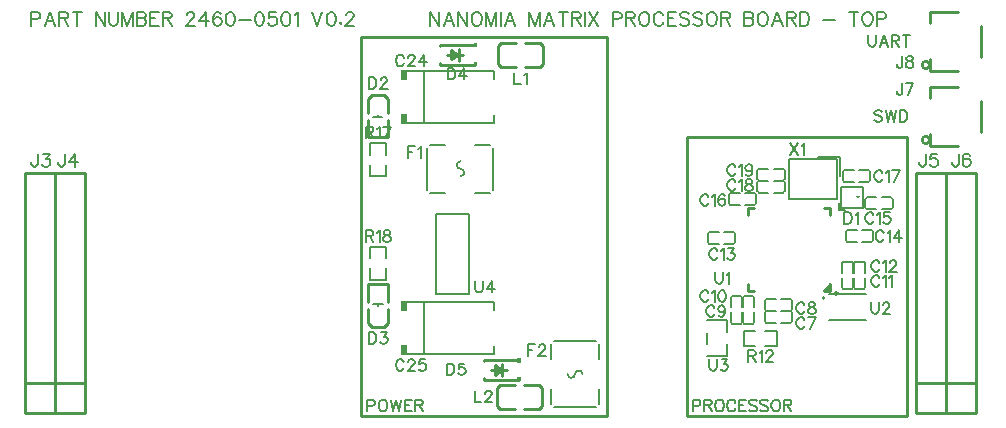
<source format=gto>
G04 Layer: TopSilkscreenLayer*
G04 EasyEDA v6.5.29, 2023-07-19 21:43:04*
G04 f8bcf56a654e41728208f455603ead28,5a6b42c53f6a479593ecc07194224c93,10*
G04 Gerber Generator version 0.2*
G04 Scale: 100 percent, Rotated: No, Reflected: No *
G04 Dimensions in millimeters *
G04 leading zeros omitted , absolute positions ,4 integer and 5 decimal *
%FSLAX45Y45*%
%MOMM*%

%ADD10C,0.2032*%
%ADD11C,0.1524*%
%ADD12C,0.1520*%
%ADD13C,0.2540*%
%ADD14C,0.2030*%
%ADD15C,0.1270*%
%ADD16C,0.2000*%
%ADD17C,0.0102*%

%LPD*%
D10*
X-3822679Y2673863D02*
G01*
X-3822679Y2559309D01*
X-3822679Y2673863D02*
G01*
X-3746225Y2559309D01*
X-3746225Y2673863D02*
G01*
X-3746225Y2559309D01*
X-3666723Y2673863D02*
G01*
X-3710411Y2559309D01*
X-3666723Y2673863D02*
G01*
X-3623035Y2559309D01*
X-3693901Y2597409D02*
G01*
X-3639545Y2597409D01*
X-3586967Y2673863D02*
G01*
X-3586967Y2559309D01*
X-3586967Y2673863D02*
G01*
X-3510767Y2559309D01*
X-3510767Y2673863D02*
G01*
X-3510767Y2559309D01*
X-3441933Y2673863D02*
G01*
X-3452855Y2668275D01*
X-3463777Y2657353D01*
X-3469111Y2646431D01*
X-3474699Y2630175D01*
X-3474699Y2602997D01*
X-3469111Y2586487D01*
X-3463777Y2575565D01*
X-3452855Y2564643D01*
X-3441933Y2559309D01*
X-3420089Y2559309D01*
X-3409167Y2564643D01*
X-3398245Y2575565D01*
X-3392911Y2586487D01*
X-3387323Y2602997D01*
X-3387323Y2630175D01*
X-3392911Y2646431D01*
X-3398245Y2657353D01*
X-3409167Y2668275D01*
X-3420089Y2673863D01*
X-3441933Y2673863D01*
X-3351509Y2673863D02*
G01*
X-3351509Y2559309D01*
X-3351509Y2673863D02*
G01*
X-3307821Y2559309D01*
X-3264133Y2673863D02*
G01*
X-3307821Y2559309D01*
X-3264133Y2673863D02*
G01*
X-3264133Y2559309D01*
X-3228065Y2673863D02*
G01*
X-3228065Y2559309D01*
X-3148563Y2673863D02*
G01*
X-3192251Y2559309D01*
X-3148563Y2673863D02*
G01*
X-3104875Y2559309D01*
X-3175741Y2597409D02*
G01*
X-3121131Y2597409D01*
X-2984987Y2673863D02*
G01*
X-2984987Y2559309D01*
X-2984987Y2673863D02*
G01*
X-2941299Y2559309D01*
X-2897611Y2673863D02*
G01*
X-2941299Y2559309D01*
X-2897611Y2673863D02*
G01*
X-2897611Y2559309D01*
X-2817855Y2673863D02*
G01*
X-2861543Y2559309D01*
X-2817855Y2673863D02*
G01*
X-2774421Y2559309D01*
X-2845287Y2597409D02*
G01*
X-2790677Y2597409D01*
X-2700253Y2673863D02*
G01*
X-2700253Y2559309D01*
X-2738353Y2673863D02*
G01*
X-2661899Y2673863D01*
X-2626085Y2673863D02*
G01*
X-2626085Y2559309D01*
X-2626085Y2673863D02*
G01*
X-2576809Y2673863D01*
X-2560553Y2668275D01*
X-2554965Y2662941D01*
X-2549631Y2652019D01*
X-2549631Y2641097D01*
X-2554965Y2630175D01*
X-2560553Y2624587D01*
X-2576809Y2619253D01*
X-2626085Y2619253D01*
X-2587731Y2619253D02*
G01*
X-2549631Y2559309D01*
X-2513563Y2673863D02*
G01*
X-2513563Y2559309D01*
X-2477495Y2673863D02*
G01*
X-2401295Y2559309D01*
X-2401295Y2673863D02*
G01*
X-2477495Y2559309D01*
X-2281153Y2673863D02*
G01*
X-2281153Y2559309D01*
X-2281153Y2673863D02*
G01*
X-2232131Y2673863D01*
X-2215875Y2668275D01*
X-2210287Y2662941D01*
X-2204953Y2652019D01*
X-2204953Y2635509D01*
X-2210287Y2624587D01*
X-2215875Y2619253D01*
X-2232131Y2613665D01*
X-2281153Y2613665D01*
X-2168885Y2673863D02*
G01*
X-2168885Y2559309D01*
X-2168885Y2673863D02*
G01*
X-2119863Y2673863D01*
X-2103353Y2668275D01*
X-2098019Y2662941D01*
X-2092431Y2652019D01*
X-2092431Y2641097D01*
X-2098019Y2630175D01*
X-2103353Y2624587D01*
X-2119863Y2619253D01*
X-2168885Y2619253D01*
X-2130785Y2619253D02*
G01*
X-2092431Y2559309D01*
X-2023851Y2673863D02*
G01*
X-2034773Y2668275D01*
X-2045695Y2657353D01*
X-2051029Y2646431D01*
X-2056617Y2630175D01*
X-2056617Y2602997D01*
X-2051029Y2586487D01*
X-2045695Y2575565D01*
X-2034773Y2564643D01*
X-2023851Y2559309D01*
X-2002007Y2559309D01*
X-1991085Y2564643D01*
X-1980163Y2575565D01*
X-1974575Y2586487D01*
X-1969241Y2602997D01*
X-1969241Y2630175D01*
X-1974575Y2646431D01*
X-1980163Y2657353D01*
X-1991085Y2668275D01*
X-2002007Y2673863D01*
X-2023851Y2673863D01*
X-1851385Y2646431D02*
G01*
X-1856973Y2657353D01*
X-1867895Y2668275D01*
X-1878817Y2673863D01*
X-1900407Y2673863D01*
X-1911329Y2668275D01*
X-1922251Y2657353D01*
X-1927839Y2646431D01*
X-1933173Y2630175D01*
X-1933173Y2602997D01*
X-1927839Y2586487D01*
X-1922251Y2575565D01*
X-1911329Y2564643D01*
X-1900407Y2559309D01*
X-1878817Y2559309D01*
X-1867895Y2564643D01*
X-1856973Y2575565D01*
X-1851385Y2586487D01*
X-1815317Y2673863D02*
G01*
X-1815317Y2559309D01*
X-1815317Y2673863D02*
G01*
X-1744451Y2673863D01*
X-1815317Y2619253D02*
G01*
X-1771883Y2619253D01*
X-1815317Y2559309D02*
G01*
X-1744451Y2559309D01*
X-1632183Y2657353D02*
G01*
X-1643105Y2668275D01*
X-1659361Y2673863D01*
X-1681205Y2673863D01*
X-1697715Y2668275D01*
X-1708637Y2657353D01*
X-1708637Y2646431D01*
X-1703049Y2635509D01*
X-1697715Y2630175D01*
X-1686793Y2624587D01*
X-1654027Y2613665D01*
X-1643105Y2608331D01*
X-1637517Y2602997D01*
X-1632183Y2592075D01*
X-1632183Y2575565D01*
X-1643105Y2564643D01*
X-1659361Y2559309D01*
X-1681205Y2559309D01*
X-1697715Y2564643D01*
X-1708637Y2575565D01*
X-1519661Y2657353D02*
G01*
X-1530583Y2668275D01*
X-1547093Y2673863D01*
X-1568937Y2673863D01*
X-1585193Y2668275D01*
X-1596115Y2657353D01*
X-1596115Y2646431D01*
X-1590781Y2635509D01*
X-1585193Y2630175D01*
X-1574271Y2624587D01*
X-1541505Y2613665D01*
X-1530583Y2608331D01*
X-1525249Y2602997D01*
X-1519661Y2592075D01*
X-1519661Y2575565D01*
X-1530583Y2564643D01*
X-1547093Y2559309D01*
X-1568937Y2559309D01*
X-1585193Y2564643D01*
X-1596115Y2575565D01*
X-1451081Y2673863D02*
G01*
X-1462003Y2668275D01*
X-1472925Y2657353D01*
X-1478259Y2646431D01*
X-1483847Y2630175D01*
X-1483847Y2602997D01*
X-1478259Y2586487D01*
X-1472925Y2575565D01*
X-1462003Y2564643D01*
X-1451081Y2559309D01*
X-1429237Y2559309D01*
X-1418315Y2564643D01*
X-1407393Y2575565D01*
X-1402059Y2586487D01*
X-1396471Y2602997D01*
X-1396471Y2630175D01*
X-1402059Y2646431D01*
X-1407393Y2657353D01*
X-1418315Y2668275D01*
X-1429237Y2673863D01*
X-1451081Y2673863D01*
X-1360403Y2673863D02*
G01*
X-1360403Y2559309D01*
X-1360403Y2673863D02*
G01*
X-1311381Y2673863D01*
X-1295125Y2668275D01*
X-1289537Y2662941D01*
X-1284203Y2652019D01*
X-1284203Y2641097D01*
X-1289537Y2630175D01*
X-1295125Y2624587D01*
X-1311381Y2619253D01*
X-1360403Y2619253D01*
X-1322303Y2619253D02*
G01*
X-1284203Y2559309D01*
X-1164061Y2673863D02*
G01*
X-1164061Y2559309D01*
X-1164061Y2673863D02*
G01*
X-1115039Y2673863D01*
X-1098783Y2668275D01*
X-1093195Y2662941D01*
X-1087861Y2652019D01*
X-1087861Y2641097D01*
X-1093195Y2630175D01*
X-1098783Y2624587D01*
X-1115039Y2619253D01*
X-1164061Y2619253D02*
G01*
X-1115039Y2619253D01*
X-1098783Y2613665D01*
X-1093195Y2608331D01*
X-1087861Y2597409D01*
X-1087861Y2581153D01*
X-1093195Y2570231D01*
X-1098783Y2564643D01*
X-1115039Y2559309D01*
X-1164061Y2559309D01*
X-1019027Y2673863D02*
G01*
X-1029949Y2668275D01*
X-1040871Y2657353D01*
X-1046459Y2646431D01*
X-1051793Y2630175D01*
X-1051793Y2602997D01*
X-1046459Y2586487D01*
X-1040871Y2575565D01*
X-1029949Y2564643D01*
X-1019027Y2559309D01*
X-997183Y2559309D01*
X-986261Y2564643D01*
X-975339Y2575565D01*
X-970005Y2586487D01*
X-964417Y2602997D01*
X-964417Y2630175D01*
X-970005Y2646431D01*
X-975339Y2657353D01*
X-986261Y2668275D01*
X-997183Y2673863D01*
X-1019027Y2673863D01*
X-884915Y2673863D02*
G01*
X-928603Y2559309D01*
X-884915Y2673863D02*
G01*
X-841227Y2559309D01*
X-912093Y2597409D02*
G01*
X-857483Y2597409D01*
X-805159Y2673863D02*
G01*
X-805159Y2559309D01*
X-805159Y2673863D02*
G01*
X-756137Y2673863D01*
X-739881Y2668275D01*
X-734293Y2662941D01*
X-728959Y2652019D01*
X-728959Y2641097D01*
X-734293Y2630175D01*
X-739881Y2624587D01*
X-756137Y2619253D01*
X-805159Y2619253D01*
X-767059Y2619253D02*
G01*
X-728959Y2559309D01*
X-692891Y2673863D02*
G01*
X-692891Y2559309D01*
X-692891Y2673863D02*
G01*
X-654791Y2673863D01*
X-638281Y2668275D01*
X-627359Y2657353D01*
X-622025Y2646431D01*
X-616437Y2630175D01*
X-616437Y2602997D01*
X-622025Y2586487D01*
X-627359Y2575565D01*
X-638281Y2564643D01*
X-654791Y2559309D01*
X-692891Y2559309D01*
X-496549Y2608331D02*
G01*
X-398251Y2608331D01*
X-240263Y2673863D02*
G01*
X-240263Y2559309D01*
X-278363Y2673863D02*
G01*
X-201909Y2673863D01*
X-133329Y2673863D02*
G01*
X-144251Y2668275D01*
X-155173Y2657353D01*
X-160507Y2646431D01*
X-166095Y2630175D01*
X-166095Y2602997D01*
X-160507Y2586487D01*
X-155173Y2575565D01*
X-144251Y2564643D01*
X-133329Y2559309D01*
X-111485Y2559309D01*
X-100563Y2564643D01*
X-89641Y2575565D01*
X-84053Y2586487D01*
X-78719Y2602997D01*
X-78719Y2630175D01*
X-84053Y2646431D01*
X-89641Y2657353D01*
X-100563Y2668275D01*
X-111485Y2673863D01*
X-133329Y2673863D01*
X-42651Y2673863D02*
G01*
X-42651Y2559309D01*
X-42651Y2673863D02*
G01*
X6370Y2673863D01*
X22880Y2668275D01*
X28214Y2662941D01*
X33548Y2652019D01*
X33548Y2635509D01*
X28214Y2624587D01*
X22880Y2619253D01*
X6370Y2613665D01*
X-42651Y2613665D01*
X-7200882Y2673863D02*
G01*
X-7200882Y2559309D01*
X-7200882Y2673863D02*
G01*
X-7151860Y2673863D01*
X-7135350Y2668275D01*
X-7130016Y2662941D01*
X-7124428Y2652019D01*
X-7124428Y2635509D01*
X-7130016Y2624587D01*
X-7135350Y2619253D01*
X-7151860Y2613919D01*
X-7200882Y2613919D01*
X-7044926Y2673863D02*
G01*
X-7088614Y2559309D01*
X-7044926Y2673863D02*
G01*
X-7001238Y2559309D01*
X-7072104Y2597409D02*
G01*
X-7017494Y2597409D01*
X-6965170Y2673863D02*
G01*
X-6965170Y2559309D01*
X-6965170Y2673863D02*
G01*
X-6916148Y2673863D01*
X-6899892Y2668275D01*
X-6894304Y2662941D01*
X-6888970Y2652019D01*
X-6888970Y2641097D01*
X-6894304Y2630175D01*
X-6899892Y2624587D01*
X-6916148Y2619253D01*
X-6965170Y2619253D01*
X-6927070Y2619253D02*
G01*
X-6888970Y2559309D01*
X-6814802Y2673863D02*
G01*
X-6814802Y2559309D01*
X-6852902Y2673863D02*
G01*
X-6776448Y2673863D01*
X-6656560Y2673863D02*
G01*
X-6656560Y2559309D01*
X-6656560Y2673863D02*
G01*
X-6580106Y2559309D01*
X-6580106Y2673863D02*
G01*
X-6580106Y2559309D01*
X-6544038Y2673863D02*
G01*
X-6544038Y2592075D01*
X-6538704Y2575565D01*
X-6527782Y2564643D01*
X-6511526Y2559309D01*
X-6500604Y2559309D01*
X-6484094Y2564643D01*
X-6473172Y2575565D01*
X-6467838Y2592075D01*
X-6467838Y2673863D01*
X-6431770Y2673863D02*
G01*
X-6431770Y2559309D01*
X-6431770Y2673863D02*
G01*
X-6388082Y2559309D01*
X-6344394Y2673863D02*
G01*
X-6388082Y2559309D01*
X-6344394Y2673863D02*
G01*
X-6344394Y2559309D01*
X-6308580Y2673863D02*
G01*
X-6308580Y2559309D01*
X-6308580Y2673863D02*
G01*
X-6259304Y2673863D01*
X-6243048Y2668275D01*
X-6237714Y2662941D01*
X-6232126Y2652019D01*
X-6232126Y2641097D01*
X-6237714Y2630175D01*
X-6243048Y2624587D01*
X-6259304Y2619253D01*
X-6308580Y2619253D02*
G01*
X-6259304Y2619253D01*
X-6243048Y2613919D01*
X-6237714Y2608331D01*
X-6232126Y2597409D01*
X-6232126Y2581153D01*
X-6237714Y2570231D01*
X-6243048Y2564643D01*
X-6259304Y2559309D01*
X-6308580Y2559309D01*
X-6196058Y2673863D02*
G01*
X-6196058Y2559309D01*
X-6196058Y2673863D02*
G01*
X-6125192Y2673863D01*
X-6196058Y2619253D02*
G01*
X-6152624Y2619253D01*
X-6196058Y2559309D02*
G01*
X-6125192Y2559309D01*
X-6089124Y2673863D02*
G01*
X-6089124Y2559309D01*
X-6089124Y2673863D02*
G01*
X-6040102Y2673863D01*
X-6023846Y2668275D01*
X-6018258Y2662941D01*
X-6012924Y2652019D01*
X-6012924Y2641097D01*
X-6018258Y2630175D01*
X-6023846Y2624587D01*
X-6040102Y2619253D01*
X-6089124Y2619253D01*
X-6051024Y2619253D02*
G01*
X-6012924Y2559309D01*
X-5887448Y2646431D02*
G01*
X-5887448Y2652019D01*
X-5881860Y2662941D01*
X-5876526Y2668275D01*
X-5865604Y2673863D01*
X-5843760Y2673863D01*
X-5832838Y2668275D01*
X-5827504Y2662941D01*
X-5821916Y2652019D01*
X-5821916Y2641097D01*
X-5827504Y2630175D01*
X-5838426Y2613919D01*
X-5892782Y2559309D01*
X-5816582Y2559309D01*
X-5725904Y2673863D02*
G01*
X-5780514Y2597409D01*
X-5698726Y2597409D01*
X-5725904Y2673863D02*
G01*
X-5725904Y2559309D01*
X-5597126Y2657353D02*
G01*
X-5602714Y2668275D01*
X-5618970Y2673863D01*
X-5629892Y2673863D01*
X-5646402Y2668275D01*
X-5657324Y2652019D01*
X-5662658Y2624587D01*
X-5662658Y2597409D01*
X-5657324Y2575565D01*
X-5646402Y2564643D01*
X-5629892Y2559309D01*
X-5624558Y2559309D01*
X-5608048Y2564643D01*
X-5597126Y2575565D01*
X-5591792Y2592075D01*
X-5591792Y2597409D01*
X-5597126Y2613919D01*
X-5608048Y2624587D01*
X-5624558Y2630175D01*
X-5629892Y2630175D01*
X-5646402Y2624587D01*
X-5657324Y2613919D01*
X-5662658Y2597409D01*
X-5522958Y2673863D02*
G01*
X-5539468Y2668275D01*
X-5550390Y2652019D01*
X-5555724Y2624587D01*
X-5555724Y2608331D01*
X-5550390Y2581153D01*
X-5539468Y2564643D01*
X-5522958Y2559309D01*
X-5512036Y2559309D01*
X-5495780Y2564643D01*
X-5484858Y2581153D01*
X-5479524Y2608331D01*
X-5479524Y2624587D01*
X-5484858Y2652019D01*
X-5495780Y2668275D01*
X-5512036Y2673863D01*
X-5522958Y2673863D01*
X-5443456Y2608331D02*
G01*
X-5345158Y2608331D01*
X-5276578Y2673863D02*
G01*
X-5292834Y2668275D01*
X-5303756Y2652019D01*
X-5309344Y2624587D01*
X-5309344Y2608331D01*
X-5303756Y2581153D01*
X-5292834Y2564643D01*
X-5276578Y2559309D01*
X-5265656Y2559309D01*
X-5249146Y2564643D01*
X-5238224Y2581153D01*
X-5232890Y2608331D01*
X-5232890Y2624587D01*
X-5238224Y2652019D01*
X-5249146Y2668275D01*
X-5265656Y2673863D01*
X-5276578Y2673863D01*
X-5131544Y2673863D02*
G01*
X-5185900Y2673863D01*
X-5191488Y2624587D01*
X-5185900Y2630175D01*
X-5169644Y2635509D01*
X-5153134Y2635509D01*
X-5136878Y2630175D01*
X-5125956Y2619253D01*
X-5120622Y2602997D01*
X-5120622Y2592075D01*
X-5125956Y2575565D01*
X-5136878Y2564643D01*
X-5153134Y2559309D01*
X-5169644Y2559309D01*
X-5185900Y2564643D01*
X-5191488Y2570231D01*
X-5196822Y2581153D01*
X-5051788Y2673863D02*
G01*
X-5068044Y2668275D01*
X-5078966Y2652019D01*
X-5084554Y2624587D01*
X-5084554Y2608331D01*
X-5078966Y2581153D01*
X-5068044Y2564643D01*
X-5051788Y2559309D01*
X-5040866Y2559309D01*
X-5024610Y2564643D01*
X-5013688Y2581153D01*
X-5008100Y2608331D01*
X-5008100Y2624587D01*
X-5013688Y2652019D01*
X-5024610Y2668275D01*
X-5040866Y2673863D01*
X-5051788Y2673863D01*
X-4972286Y2652019D02*
G01*
X-4961364Y2657353D01*
X-4944854Y2673863D01*
X-4944854Y2559309D01*
X-4824966Y2673863D02*
G01*
X-4781278Y2559309D01*
X-4737590Y2673863D02*
G01*
X-4781278Y2559309D01*
X-4669010Y2673863D02*
G01*
X-4685266Y2668275D01*
X-4696188Y2652019D01*
X-4701522Y2624587D01*
X-4701522Y2608331D01*
X-4696188Y2581153D01*
X-4685266Y2564643D01*
X-4669010Y2559309D01*
X-4658088Y2559309D01*
X-4641578Y2564643D01*
X-4630656Y2581153D01*
X-4625322Y2608331D01*
X-4625322Y2624587D01*
X-4630656Y2652019D01*
X-4641578Y2668275D01*
X-4658088Y2673863D01*
X-4669010Y2673863D01*
X-4583920Y2586487D02*
G01*
X-4589254Y2581153D01*
X-4583920Y2575565D01*
X-4578332Y2581153D01*
X-4583920Y2586487D01*
X-4536930Y2646431D02*
G01*
X-4536930Y2652019D01*
X-4531342Y2662941D01*
X-4526008Y2668275D01*
X-4515086Y2673863D01*
X-4493242Y2673863D01*
X-4482320Y2668275D01*
X-4476986Y2662941D01*
X-4471398Y2652019D01*
X-4471398Y2641097D01*
X-4476986Y2630175D01*
X-4487908Y2613919D01*
X-4542264Y2559309D01*
X-4466064Y2559309D01*
D11*
X256Y1827065D02*
G01*
X-8887Y1836209D01*
X-22603Y1840781D01*
X-40891Y1840781D01*
X-54353Y1836209D01*
X-63497Y1827065D01*
X-63497Y1818175D01*
X-58925Y1809031D01*
X-54353Y1804459D01*
X-45209Y1799887D01*
X-18031Y1790743D01*
X-8887Y1786171D01*
X-4315Y1781599D01*
X256Y1772709D01*
X256Y1758993D01*
X-8887Y1749849D01*
X-22603Y1745277D01*
X-40891Y1745277D01*
X-54353Y1749849D01*
X-63497Y1758993D01*
X30228Y1840781D02*
G01*
X52834Y1745277D01*
X75694Y1840781D02*
G01*
X52834Y1745277D01*
X75694Y1840781D02*
G01*
X98300Y1745277D01*
X121160Y1840781D02*
G01*
X98300Y1745277D01*
X151132Y1840781D02*
G01*
X151132Y1745277D01*
X151132Y1840781D02*
G01*
X182882Y1840781D01*
X196598Y1836209D01*
X205488Y1827065D01*
X210060Y1818175D01*
X214632Y1804459D01*
X214632Y1781599D01*
X210060Y1768137D01*
X205488Y1758993D01*
X196598Y1749849D01*
X182882Y1745277D01*
X151132Y1745277D01*
X-114297Y2475781D02*
G01*
X-114297Y2407709D01*
X-109725Y2393993D01*
X-100581Y2384849D01*
X-87119Y2380277D01*
X-77975Y2380277D01*
X-64259Y2384849D01*
X-55115Y2393993D01*
X-50543Y2407709D01*
X-50543Y2475781D01*
X15750Y2475781D02*
G01*
X-20571Y2380277D01*
X15750Y2475781D02*
G01*
X52072Y2380277D01*
X-7109Y2412281D02*
G01*
X38356Y2412281D01*
X82044Y2475781D02*
G01*
X82044Y2380277D01*
X82044Y2475781D02*
G01*
X122938Y2475781D01*
X136654Y2471209D01*
X141226Y2466637D01*
X145798Y2457747D01*
X145798Y2448603D01*
X141226Y2439459D01*
X136654Y2434887D01*
X122938Y2430315D01*
X82044Y2430315D01*
X113794Y2430315D02*
G01*
X145798Y2380277D01*
X207520Y2475781D02*
G01*
X207520Y2380277D01*
X175770Y2475781D02*
G01*
X239270Y2475781D01*
X-4356168Y-610362D02*
G01*
X-4356168Y-705865D01*
X-4356168Y-610362D02*
G01*
X-4315274Y-610362D01*
X-4301558Y-614934D01*
X-4296986Y-619505D01*
X-4292414Y-628396D01*
X-4292414Y-642112D01*
X-4296986Y-651255D01*
X-4301558Y-655828D01*
X-4315274Y-660400D01*
X-4356168Y-660400D01*
X-4235264Y-610362D02*
G01*
X-4244154Y-614934D01*
X-4253298Y-623823D01*
X-4257870Y-632968D01*
X-4262442Y-646684D01*
X-4262442Y-669289D01*
X-4257870Y-683005D01*
X-4253298Y-692150D01*
X-4244154Y-701294D01*
X-4235264Y-705865D01*
X-4216976Y-705865D01*
X-4207832Y-701294D01*
X-4198942Y-692150D01*
X-4194370Y-683005D01*
X-4189798Y-669289D01*
X-4189798Y-646684D01*
X-4194370Y-632968D01*
X-4198942Y-623823D01*
X-4207832Y-614934D01*
X-4216976Y-610362D01*
X-4235264Y-610362D01*
X-4159826Y-610362D02*
G01*
X-4136966Y-705865D01*
X-4114360Y-610362D02*
G01*
X-4136966Y-705865D01*
X-4114360Y-610362D02*
G01*
X-4091500Y-705865D01*
X-4068894Y-610362D02*
G01*
X-4091500Y-705865D01*
X-4038922Y-610362D02*
G01*
X-4038922Y-705865D01*
X-4038922Y-610362D02*
G01*
X-3979740Y-610362D01*
X-4038922Y-655828D02*
G01*
X-4002346Y-655828D01*
X-4038922Y-705865D02*
G01*
X-3979740Y-705865D01*
X-3949768Y-610362D02*
G01*
X-3949768Y-705865D01*
X-3949768Y-610362D02*
G01*
X-3908874Y-610362D01*
X-3895158Y-614934D01*
X-3890586Y-619505D01*
X-3886014Y-628396D01*
X-3886014Y-637539D01*
X-3890586Y-646684D01*
X-3895158Y-651255D01*
X-3908874Y-655828D01*
X-3949768Y-655828D01*
X-3918018Y-655828D02*
G01*
X-3886014Y-705865D01*
X-1600172Y-610362D02*
G01*
X-1600172Y-705865D01*
X-1600172Y-610362D02*
G01*
X-1559278Y-610362D01*
X-1545562Y-614934D01*
X-1540990Y-619505D01*
X-1536672Y-628396D01*
X-1536672Y-642112D01*
X-1540990Y-651255D01*
X-1545562Y-655828D01*
X-1559278Y-660400D01*
X-1600172Y-660400D01*
X-1506446Y-610362D02*
G01*
X-1506446Y-705865D01*
X-1506446Y-610362D02*
G01*
X-1465552Y-610362D01*
X-1452090Y-614934D01*
X-1447518Y-619505D01*
X-1442946Y-628396D01*
X-1442946Y-637539D01*
X-1447518Y-646684D01*
X-1452090Y-651255D01*
X-1465552Y-655828D01*
X-1506446Y-655828D01*
X-1474696Y-655828D02*
G01*
X-1442946Y-705865D01*
X-1385542Y-610362D02*
G01*
X-1394686Y-614934D01*
X-1403830Y-623823D01*
X-1408402Y-632968D01*
X-1412974Y-646684D01*
X-1412974Y-669289D01*
X-1408402Y-683005D01*
X-1403830Y-692150D01*
X-1394686Y-701294D01*
X-1385542Y-705865D01*
X-1367508Y-705865D01*
X-1358364Y-701294D01*
X-1349220Y-692150D01*
X-1344648Y-683005D01*
X-1340076Y-669289D01*
X-1340076Y-646684D01*
X-1344648Y-632968D01*
X-1349220Y-623823D01*
X-1358364Y-614934D01*
X-1367508Y-610362D01*
X-1385542Y-610362D01*
X-1242032Y-632968D02*
G01*
X-1246604Y-623823D01*
X-1255748Y-614934D01*
X-1264638Y-610362D01*
X-1282926Y-610362D01*
X-1292070Y-614934D01*
X-1301214Y-623823D01*
X-1305532Y-632968D01*
X-1310104Y-646684D01*
X-1310104Y-669289D01*
X-1305532Y-683005D01*
X-1301214Y-692150D01*
X-1292070Y-701294D01*
X-1282926Y-705865D01*
X-1264638Y-705865D01*
X-1255748Y-701294D01*
X-1246604Y-692150D01*
X-1242032Y-683005D01*
X-1212060Y-610362D02*
G01*
X-1212060Y-705865D01*
X-1212060Y-610362D02*
G01*
X-1152878Y-610362D01*
X-1212060Y-655828D02*
G01*
X-1175738Y-655828D01*
X-1212060Y-705865D02*
G01*
X-1152878Y-705865D01*
X-1059406Y-623823D02*
G01*
X-1068296Y-614934D01*
X-1082012Y-610362D01*
X-1100300Y-610362D01*
X-1113762Y-614934D01*
X-1122906Y-623823D01*
X-1122906Y-632968D01*
X-1118334Y-642112D01*
X-1113762Y-646684D01*
X-1104618Y-651255D01*
X-1077440Y-660400D01*
X-1068296Y-664718D01*
X-1063724Y-669289D01*
X-1059406Y-678434D01*
X-1059406Y-692150D01*
X-1068296Y-701294D01*
X-1082012Y-705865D01*
X-1100300Y-705865D01*
X-1113762Y-701294D01*
X-1122906Y-692150D01*
X-965680Y-623823D02*
G01*
X-974824Y-614934D01*
X-988286Y-610362D01*
X-1006574Y-610362D01*
X-1020290Y-614934D01*
X-1029180Y-623823D01*
X-1029180Y-632968D01*
X-1024608Y-642112D01*
X-1020290Y-646684D01*
X-1011146Y-651255D01*
X-983714Y-660400D01*
X-974824Y-664718D01*
X-970252Y-669289D01*
X-965680Y-678434D01*
X-965680Y-692150D01*
X-974824Y-701294D01*
X-988286Y-705865D01*
X-1006574Y-705865D01*
X-1020290Y-701294D01*
X-1029180Y-692150D01*
X-908276Y-610362D02*
G01*
X-917420Y-614934D01*
X-926564Y-623823D01*
X-931136Y-632968D01*
X-935708Y-646684D01*
X-935708Y-669289D01*
X-931136Y-683005D01*
X-926564Y-692150D01*
X-917420Y-701294D01*
X-908276Y-705865D01*
X-890242Y-705865D01*
X-881098Y-701294D01*
X-871954Y-692150D01*
X-867382Y-683005D01*
X-862810Y-669289D01*
X-862810Y-646684D01*
X-867382Y-632968D01*
X-871954Y-623823D01*
X-881098Y-614934D01*
X-890242Y-610362D01*
X-908276Y-610362D01*
X-832838Y-610362D02*
G01*
X-832838Y-705865D01*
X-832838Y-610362D02*
G01*
X-791944Y-610362D01*
X-778482Y-614934D01*
X-773910Y-619505D01*
X-769338Y-628396D01*
X-769338Y-637539D01*
X-773910Y-646684D01*
X-778482Y-651255D01*
X-791944Y-655828D01*
X-832838Y-655828D01*
X-801088Y-655828D02*
G01*
X-769338Y-705865D01*
X-4368792Y824727D02*
G01*
X-4368792Y729477D01*
X-4368792Y824727D02*
G01*
X-4327898Y824727D01*
X-4314182Y820155D01*
X-4309610Y815837D01*
X-4305038Y806693D01*
X-4305038Y797549D01*
X-4309610Y788405D01*
X-4314182Y783833D01*
X-4327898Y779261D01*
X-4368792Y779261D01*
X-4337042Y779261D02*
G01*
X-4305038Y729477D01*
X-4275066Y806693D02*
G01*
X-4266176Y811265D01*
X-4252460Y824727D01*
X-4252460Y729477D01*
X-4199628Y824727D02*
G01*
X-4213344Y820155D01*
X-4217916Y811265D01*
X-4217916Y802121D01*
X-4213344Y792977D01*
X-4204200Y788405D01*
X-4186166Y783833D01*
X-4172450Y779261D01*
X-4163306Y770371D01*
X-4158734Y761227D01*
X-4158734Y747511D01*
X-4163306Y738367D01*
X-4167878Y733795D01*
X-4181594Y729477D01*
X-4199628Y729477D01*
X-4213344Y733795D01*
X-4217916Y738367D01*
X-4222488Y747511D01*
X-4222488Y761227D01*
X-4217916Y770371D01*
X-4208772Y779261D01*
X-4195056Y783833D01*
X-4177022Y788405D01*
X-4167878Y792977D01*
X-4163306Y802121D01*
X-4163306Y811265D01*
X-4167878Y820155D01*
X-4181594Y824727D01*
X-4199628Y824727D01*
X-4368792Y1701027D02*
G01*
X-4368792Y1605523D01*
X-4368792Y1701027D02*
G01*
X-4327898Y1701027D01*
X-4314182Y1696455D01*
X-4309610Y1692137D01*
X-4305038Y1682993D01*
X-4305038Y1673849D01*
X-4309610Y1664705D01*
X-4314182Y1660133D01*
X-4327898Y1655561D01*
X-4368792Y1655561D01*
X-4337042Y1655561D02*
G01*
X-4305038Y1605523D01*
X-4275066Y1682993D02*
G01*
X-4266176Y1687565D01*
X-4252460Y1701027D01*
X-4252460Y1605523D01*
X-4158734Y1701027D02*
G01*
X-4204200Y1605523D01*
X-4222488Y1701027D02*
G01*
X-4158734Y1701027D01*
X-4013293Y1536011D02*
G01*
X-4013293Y1440507D01*
X-4013293Y1536011D02*
G01*
X-3954111Y1536011D01*
X-4013293Y1490545D02*
G01*
X-3976717Y1490545D01*
X-3924139Y1517723D02*
G01*
X-3914995Y1522295D01*
X-3901279Y1536011D01*
X-3901279Y1440507D01*
X-4046705Y2288029D02*
G01*
X-4051277Y2297173D01*
X-4060167Y2306063D01*
X-4069311Y2310635D01*
X-4087599Y2310635D01*
X-4096489Y2306063D01*
X-4105633Y2297173D01*
X-4110205Y2288029D01*
X-4114777Y2274313D01*
X-4114777Y2251707D01*
X-4110205Y2237991D01*
X-4105633Y2228847D01*
X-4096489Y2219703D01*
X-4087599Y2215131D01*
X-4069311Y2215131D01*
X-4060167Y2219703D01*
X-4051277Y2228847D01*
X-4046705Y2237991D01*
X-4012161Y2288029D02*
G01*
X-4012161Y2292601D01*
X-4007589Y2301491D01*
X-4003017Y2306063D01*
X-3993873Y2310635D01*
X-3975585Y2310635D01*
X-3966695Y2306063D01*
X-3962123Y2301491D01*
X-3957551Y2292601D01*
X-3957551Y2283457D01*
X-3962123Y2274313D01*
X-3971267Y2260597D01*
X-4016733Y2215131D01*
X-3952979Y2215131D01*
X-3877541Y2310635D02*
G01*
X-3923007Y2247135D01*
X-3854681Y2247135D01*
X-3877541Y2310635D02*
G01*
X-3877541Y2215131D01*
X-4046710Y-290065D02*
G01*
X-4051282Y-280921D01*
X-4060172Y-272031D01*
X-4069316Y-267459D01*
X-4087604Y-267459D01*
X-4096494Y-272031D01*
X-4105638Y-280921D01*
X-4110210Y-290065D01*
X-4114782Y-303781D01*
X-4114782Y-326387D01*
X-4110210Y-340103D01*
X-4105638Y-349247D01*
X-4096494Y-358391D01*
X-4087604Y-362963D01*
X-4069316Y-362963D01*
X-4060172Y-358391D01*
X-4051282Y-349247D01*
X-4046710Y-340103D01*
X-4012166Y-290065D02*
G01*
X-4012166Y-285493D01*
X-4007594Y-276603D01*
X-4003022Y-272031D01*
X-3993878Y-267459D01*
X-3975590Y-267459D01*
X-3966700Y-272031D01*
X-3962128Y-276603D01*
X-3957556Y-285493D01*
X-3957556Y-294637D01*
X-3962128Y-303781D01*
X-3971272Y-317497D01*
X-4016484Y-362963D01*
X-3952984Y-362963D01*
X-3868402Y-267459D02*
G01*
X-3913868Y-267459D01*
X-3918440Y-308353D01*
X-3913868Y-303781D01*
X-3900152Y-299209D01*
X-3886690Y-299209D01*
X-3872974Y-303781D01*
X-3863830Y-312925D01*
X-3859258Y-326387D01*
X-3859258Y-335531D01*
X-3863830Y-349247D01*
X-3872974Y-358391D01*
X-3886690Y-362963D01*
X-3900152Y-362963D01*
X-3913868Y-358391D01*
X-3918440Y-353819D01*
X-3923012Y-344675D01*
X-3441682Y394467D02*
G01*
X-3441682Y326141D01*
X-3437110Y312679D01*
X-3427966Y303535D01*
X-3414504Y298963D01*
X-3405360Y298963D01*
X-3391644Y303535D01*
X-3382500Y312679D01*
X-3377928Y326141D01*
X-3377928Y394467D01*
X-3302490Y394467D02*
G01*
X-3347956Y330713D01*
X-3279884Y330713D01*
X-3302490Y394467D02*
G01*
X-3302490Y298963D01*
X-3683022Y-304187D02*
G01*
X-3683022Y-399691D01*
X-3683022Y-304187D02*
G01*
X-3651272Y-304187D01*
X-3637556Y-308759D01*
X-3628412Y-317649D01*
X-3623840Y-326793D01*
X-3619268Y-340509D01*
X-3619268Y-363115D01*
X-3623840Y-376831D01*
X-3628412Y-385975D01*
X-3637556Y-395119D01*
X-3651272Y-399691D01*
X-3683022Y-399691D01*
X-3534940Y-304187D02*
G01*
X-3580406Y-304187D01*
X-3584724Y-345081D01*
X-3580406Y-340509D01*
X-3566690Y-335937D01*
X-3552974Y-335937D01*
X-3539512Y-340509D01*
X-3530368Y-349653D01*
X-3525796Y-363115D01*
X-3525796Y-372259D01*
X-3530368Y-385975D01*
X-3539512Y-395119D01*
X-3552974Y-399691D01*
X-3566690Y-399691D01*
X-3580406Y-395119D01*
X-3584724Y-390547D01*
X-3589296Y-381403D01*
X-3675108Y2197867D02*
G01*
X-3675108Y2102363D01*
X-3675108Y2197867D02*
G01*
X-3643358Y2197867D01*
X-3629642Y2193295D01*
X-3620752Y2184151D01*
X-3616180Y2175007D01*
X-3611608Y2161291D01*
X-3611608Y2138685D01*
X-3616180Y2124969D01*
X-3620752Y2115825D01*
X-3629642Y2106935D01*
X-3643358Y2102363D01*
X-3675108Y2102363D01*
X-3536170Y2197867D02*
G01*
X-3581636Y2134113D01*
X-3513310Y2134113D01*
X-3536170Y2197867D02*
G01*
X-3536170Y2102363D01*
X-3111581Y2159591D02*
G01*
X-3111581Y2064087D01*
X-3111581Y2064087D02*
G01*
X-3056971Y2064087D01*
X-3026999Y2141557D02*
G01*
X-3017855Y2146129D01*
X-3004139Y2159591D01*
X-3004139Y2064087D01*
X-3449568Y-534164D02*
G01*
X-3449568Y-629668D01*
X-3449568Y-629668D02*
G01*
X-3394958Y-629668D01*
X-3360414Y-556770D02*
G01*
X-3360414Y-552198D01*
X-3355842Y-543308D01*
X-3351270Y-538736D01*
X-3342126Y-534164D01*
X-3324092Y-534164D01*
X-3314948Y-538736D01*
X-3310376Y-543308D01*
X-3305804Y-552198D01*
X-3305804Y-561342D01*
X-3310376Y-570486D01*
X-3319520Y-584202D01*
X-3364986Y-629668D01*
X-3301232Y-629668D01*
X-4343468Y-38862D02*
G01*
X-4343468Y-134365D01*
X-4343468Y-38862D02*
G01*
X-4311464Y-38862D01*
X-4298002Y-43434D01*
X-4288858Y-52323D01*
X-4284286Y-61468D01*
X-4279714Y-75184D01*
X-4279714Y-97789D01*
X-4284286Y-111505D01*
X-4288858Y-120650D01*
X-4298002Y-129794D01*
X-4311464Y-134365D01*
X-4343468Y-134365D01*
X-4240598Y-38862D02*
G01*
X-4190560Y-38862D01*
X-4217992Y-75184D01*
X-4204276Y-75184D01*
X-4195132Y-79755D01*
X-4190560Y-84328D01*
X-4186242Y-97789D01*
X-4186242Y-106934D01*
X-4190560Y-120650D01*
X-4199704Y-129794D01*
X-4213420Y-134365D01*
X-4227136Y-134365D01*
X-4240598Y-129794D01*
X-4245170Y-125221D01*
X-4249742Y-116078D01*
X-4343468Y2120135D02*
G01*
X-4343468Y2024631D01*
X-4343468Y2120135D02*
G01*
X-4311464Y2120135D01*
X-4298002Y2115563D01*
X-4288858Y2106673D01*
X-4284286Y2097529D01*
X-4279714Y2083813D01*
X-4279714Y2061207D01*
X-4284286Y2047491D01*
X-4288858Y2038347D01*
X-4298002Y2029203D01*
X-4311464Y2024631D01*
X-4343468Y2024631D01*
X-4245170Y2097529D02*
G01*
X-4245170Y2102101D01*
X-4240598Y2110991D01*
X-4236026Y2115563D01*
X-4227136Y2120135D01*
X-4208848Y2120135D01*
X-4199704Y2115563D01*
X-4195132Y2110991D01*
X-4190560Y2102101D01*
X-4190560Y2092957D01*
X-4195132Y2083813D01*
X-4204276Y2070097D01*
X-4249742Y2024631D01*
X-4186242Y2024631D01*
X-2997194Y-140462D02*
G01*
X-2997194Y-235965D01*
X-2997194Y-140462D02*
G01*
X-2938012Y-140462D01*
X-2997194Y-185928D02*
G01*
X-2960872Y-185928D01*
X-2903468Y-163068D02*
G01*
X-2903468Y-158496D01*
X-2898896Y-149605D01*
X-2894578Y-145034D01*
X-2885434Y-140462D01*
X-2867146Y-140462D01*
X-2858002Y-145034D01*
X-2853684Y-149605D01*
X-2849112Y-158496D01*
X-2849112Y-167639D01*
X-2853684Y-176784D01*
X-2862574Y-190500D01*
X-2908040Y-235965D01*
X-2844540Y-235965D01*
X-1417825Y167131D02*
G01*
X-1422143Y176276D01*
X-1431287Y185165D01*
X-1440431Y189737D01*
X-1458719Y189737D01*
X-1467609Y185165D01*
X-1476753Y176276D01*
X-1481325Y167131D01*
X-1485897Y153415D01*
X-1485897Y130810D01*
X-1481325Y117094D01*
X-1476753Y107950D01*
X-1467609Y98805D01*
X-1458719Y94234D01*
X-1440431Y94234D01*
X-1431287Y98805D01*
X-1422143Y107950D01*
X-1417825Y117094D01*
X-1328671Y157987D02*
G01*
X-1333243Y144271D01*
X-1342387Y135381D01*
X-1355849Y130810D01*
X-1360421Y130810D01*
X-1374137Y135381D01*
X-1383281Y144271D01*
X-1387599Y157987D01*
X-1387599Y162560D01*
X-1383281Y176276D01*
X-1374137Y185165D01*
X-1360421Y189737D01*
X-1355849Y189737D01*
X-1342387Y185165D01*
X-1333243Y176276D01*
X-1328671Y157987D01*
X-1328671Y135381D01*
X-1333243Y112521D01*
X-1342387Y98805D01*
X-1355849Y94234D01*
X-1364993Y94234D01*
X-1378709Y98805D01*
X-1383281Y107950D01*
X-655825Y192531D02*
G01*
X-660143Y201676D01*
X-669287Y210565D01*
X-678431Y215137D01*
X-696719Y215137D01*
X-705609Y210565D01*
X-714753Y201676D01*
X-719325Y192531D01*
X-723897Y178815D01*
X-723897Y156210D01*
X-719325Y142494D01*
X-714753Y133350D01*
X-705609Y124205D01*
X-696719Y119634D01*
X-678431Y119634D01*
X-669287Y124205D01*
X-660143Y133350D01*
X-655825Y142494D01*
X-602993Y215137D02*
G01*
X-616709Y210565D01*
X-621281Y201676D01*
X-621281Y192531D01*
X-616709Y183387D01*
X-607565Y178815D01*
X-589277Y174244D01*
X-575815Y169671D01*
X-566671Y160781D01*
X-562099Y151637D01*
X-562099Y137921D01*
X-566671Y128778D01*
X-571243Y124205D01*
X-584705Y119634D01*
X-602993Y119634D01*
X-616709Y124205D01*
X-621281Y128778D01*
X-625599Y137921D01*
X-625599Y151637D01*
X-621281Y160781D01*
X-612137Y169671D01*
X-598421Y174244D01*
X-580387Y178815D01*
X-571243Y183387D01*
X-566671Y192531D01*
X-566671Y201676D01*
X-571243Y210565D01*
X-584705Y215137D01*
X-602993Y215137D01*
X-1468625Y294131D02*
G01*
X-1472943Y303276D01*
X-1482087Y312165D01*
X-1491231Y316737D01*
X-1509519Y316737D01*
X-1518409Y312165D01*
X-1527553Y303276D01*
X-1532125Y294131D01*
X-1536697Y280415D01*
X-1536697Y257810D01*
X-1532125Y244094D01*
X-1527553Y234950D01*
X-1518409Y225805D01*
X-1509519Y221234D01*
X-1491231Y221234D01*
X-1482087Y225805D01*
X-1472943Y234950D01*
X-1468625Y244094D01*
X-1438399Y298703D02*
G01*
X-1429509Y303276D01*
X-1415793Y316737D01*
X-1415793Y221234D01*
X-1358389Y316737D02*
G01*
X-1372105Y312165D01*
X-1381249Y298703D01*
X-1385821Y275844D01*
X-1385821Y262381D01*
X-1381249Y239521D01*
X-1372105Y225805D01*
X-1358389Y221234D01*
X-1349499Y221234D01*
X-1335783Y225805D01*
X-1326639Y239521D01*
X-1322067Y262381D01*
X-1322067Y275844D01*
X-1326639Y298703D01*
X-1335783Y312165D01*
X-1349499Y316737D01*
X-1358389Y316737D01*
X-774722Y1561411D02*
G01*
X-710968Y1465907D01*
X-710968Y1561411D02*
G01*
X-774722Y1465907D01*
X-680996Y1543123D02*
G01*
X-671852Y1547695D01*
X-658390Y1561411D01*
X-658390Y1465907D01*
X4571Y1310129D02*
G01*
X253Y1319273D01*
X-8890Y1328163D01*
X-18034Y1332735D01*
X-36322Y1332735D01*
X-45212Y1328163D01*
X-54356Y1319273D01*
X-58928Y1310129D01*
X-63500Y1296413D01*
X-63500Y1273807D01*
X-58928Y1260091D01*
X-54356Y1250947D01*
X-45212Y1241803D01*
X-36322Y1237231D01*
X-18034Y1237231D01*
X-8890Y1241803D01*
X253Y1250947D01*
X4571Y1260091D01*
X34797Y1314701D02*
G01*
X43687Y1319273D01*
X57403Y1332735D01*
X57403Y1237231D01*
X151129Y1332735D02*
G01*
X105663Y1237231D01*
X87375Y1332735D02*
G01*
X151129Y1332735D01*
X-1240025Y1360929D02*
G01*
X-1244343Y1370073D01*
X-1253487Y1378963D01*
X-1262631Y1383535D01*
X-1280919Y1383535D01*
X-1289809Y1378963D01*
X-1298953Y1370073D01*
X-1303525Y1360929D01*
X-1308097Y1347213D01*
X-1308097Y1324607D01*
X-1303525Y1310891D01*
X-1298953Y1301747D01*
X-1289809Y1292603D01*
X-1280919Y1288031D01*
X-1262631Y1288031D01*
X-1253487Y1292603D01*
X-1244343Y1301747D01*
X-1240025Y1310891D01*
X-1209799Y1365501D02*
G01*
X-1200909Y1370073D01*
X-1187193Y1383535D01*
X-1187193Y1288031D01*
X-1098039Y1351785D02*
G01*
X-1102611Y1338069D01*
X-1111755Y1329179D01*
X-1125471Y1324607D01*
X-1129789Y1324607D01*
X-1143505Y1329179D01*
X-1152649Y1338069D01*
X-1157221Y1351785D01*
X-1157221Y1356357D01*
X-1152649Y1370073D01*
X-1143505Y1378963D01*
X-1129789Y1383535D01*
X-1125471Y1383535D01*
X-1111755Y1378963D01*
X-1102611Y1370073D01*
X-1098039Y1351785D01*
X-1098039Y1329179D01*
X-1102611Y1306319D01*
X-1111755Y1292603D01*
X-1125471Y1288031D01*
X-1134361Y1288031D01*
X-1148077Y1292603D01*
X-1152649Y1301747D01*
X-1240025Y1233929D02*
G01*
X-1244343Y1243073D01*
X-1253487Y1251963D01*
X-1262631Y1256535D01*
X-1280919Y1256535D01*
X-1289809Y1251963D01*
X-1298953Y1243073D01*
X-1303525Y1233929D01*
X-1308097Y1220213D01*
X-1308097Y1197607D01*
X-1303525Y1183891D01*
X-1298953Y1174747D01*
X-1289809Y1165603D01*
X-1280919Y1161031D01*
X-1262631Y1161031D01*
X-1253487Y1165603D01*
X-1244343Y1174747D01*
X-1240025Y1183891D01*
X-1209799Y1238501D02*
G01*
X-1200909Y1243073D01*
X-1187193Y1256535D01*
X-1187193Y1161031D01*
X-1134361Y1256535D02*
G01*
X-1148077Y1251963D01*
X-1152649Y1243073D01*
X-1152649Y1233929D01*
X-1148077Y1224785D01*
X-1138933Y1220213D01*
X-1120899Y1215641D01*
X-1107183Y1211069D01*
X-1098039Y1202179D01*
X-1093467Y1193035D01*
X-1093467Y1179319D01*
X-1098039Y1170175D01*
X-1102611Y1165603D01*
X-1116327Y1161031D01*
X-1134361Y1161031D01*
X-1148077Y1165603D01*
X-1152649Y1170175D01*
X-1157221Y1179319D01*
X-1157221Y1193035D01*
X-1152649Y1202179D01*
X-1143505Y1211069D01*
X-1129789Y1215641D01*
X-1111755Y1220213D01*
X-1102611Y1224785D01*
X-1098039Y1233929D01*
X-1098039Y1243073D01*
X-1102611Y1251963D01*
X-1116327Y1256535D01*
X-1134361Y1256535D01*
X-1409682Y469143D02*
G01*
X-1409682Y401071D01*
X-1405110Y387355D01*
X-1395966Y378211D01*
X-1382504Y373639D01*
X-1373360Y373639D01*
X-1359644Y378211D01*
X-1350500Y387355D01*
X-1346182Y401071D01*
X-1346182Y469143D01*
X-1315956Y451109D02*
G01*
X-1307066Y455681D01*
X-1293350Y469143D01*
X-1293350Y373639D01*
X-655825Y65531D02*
G01*
X-660143Y74676D01*
X-669287Y83565D01*
X-678431Y88137D01*
X-696719Y88137D01*
X-705609Y83565D01*
X-714753Y74676D01*
X-719325Y65531D01*
X-723897Y51815D01*
X-723897Y29210D01*
X-719325Y15494D01*
X-714753Y6350D01*
X-705609Y-2794D01*
X-696719Y-7365D01*
X-678431Y-7365D01*
X-669287Y-2794D01*
X-660143Y6350D01*
X-655825Y15494D01*
X-562099Y88137D02*
G01*
X-607565Y-7365D01*
X-625599Y88137D02*
G01*
X-562099Y88137D01*
X-1468625Y1106931D02*
G01*
X-1472943Y1116076D01*
X-1482087Y1124965D01*
X-1491231Y1129537D01*
X-1509519Y1129537D01*
X-1518409Y1124965D01*
X-1527553Y1116076D01*
X-1532125Y1106931D01*
X-1536697Y1093215D01*
X-1536697Y1070610D01*
X-1532125Y1056894D01*
X-1527553Y1047750D01*
X-1518409Y1038605D01*
X-1509519Y1034034D01*
X-1491231Y1034034D01*
X-1482087Y1038605D01*
X-1472943Y1047750D01*
X-1468625Y1056894D01*
X-1438399Y1111503D02*
G01*
X-1429509Y1116076D01*
X-1415793Y1129537D01*
X-1415793Y1034034D01*
X-1331211Y1116076D02*
G01*
X-1335783Y1124965D01*
X-1349499Y1129537D01*
X-1358389Y1129537D01*
X-1372105Y1124965D01*
X-1381249Y1111503D01*
X-1385821Y1088644D01*
X-1385821Y1066037D01*
X-1381249Y1047750D01*
X-1372105Y1038605D01*
X-1358389Y1034034D01*
X-1354071Y1034034D01*
X-1340355Y1038605D01*
X-1331211Y1047750D01*
X-1326639Y1061465D01*
X-1326639Y1066037D01*
X-1331211Y1079500D01*
X-1340355Y1088644D01*
X-1354071Y1093215D01*
X-1358389Y1093215D01*
X-1372105Y1088644D01*
X-1381249Y1079500D01*
X-1385821Y1066037D01*
X-1392425Y649731D02*
G01*
X-1396743Y658876D01*
X-1405887Y667765D01*
X-1415031Y672337D01*
X-1433319Y672337D01*
X-1442209Y667765D01*
X-1451353Y658876D01*
X-1455925Y649731D01*
X-1460497Y636015D01*
X-1460497Y613410D01*
X-1455925Y599694D01*
X-1451353Y590550D01*
X-1442209Y581405D01*
X-1433319Y576834D01*
X-1415031Y576834D01*
X-1405887Y581405D01*
X-1396743Y590550D01*
X-1392425Y599694D01*
X-1362199Y654303D02*
G01*
X-1353309Y658876D01*
X-1339593Y672337D01*
X-1339593Y576834D01*
X-1300477Y672337D02*
G01*
X-1250439Y672337D01*
X-1277871Y636015D01*
X-1264155Y636015D01*
X-1255011Y631444D01*
X-1250439Y626871D01*
X-1245867Y613410D01*
X-1245867Y604265D01*
X-1250439Y590550D01*
X-1259583Y581405D01*
X-1273299Y576834D01*
X-1286761Y576834D01*
X-1300477Y581405D01*
X-1305049Y585978D01*
X-1309621Y595121D01*
X-88882Y215143D02*
G01*
X-88882Y147071D01*
X-84310Y133355D01*
X-75166Y124211D01*
X-61704Y119639D01*
X-52560Y119639D01*
X-38844Y124211D01*
X-29700Y133355D01*
X-25382Y147071D01*
X-25382Y215143D01*
X9161Y192537D02*
G01*
X9161Y197109D01*
X13733Y205999D01*
X18305Y210571D01*
X27449Y215143D01*
X45737Y215143D01*
X54627Y210571D01*
X59199Y205999D01*
X63771Y197109D01*
X63771Y187965D01*
X59199Y178821D01*
X50309Y165105D01*
X4843Y119639D01*
X68343Y119639D01*
X-20828Y548131D02*
G01*
X-25146Y557276D01*
X-34290Y566165D01*
X-43434Y570737D01*
X-61722Y570737D01*
X-70612Y566165D01*
X-79756Y557276D01*
X-84328Y548131D01*
X-88900Y534415D01*
X-88900Y511810D01*
X-84328Y498094D01*
X-79756Y488950D01*
X-70612Y479805D01*
X-61722Y475234D01*
X-43434Y475234D01*
X-34290Y479805D01*
X-25146Y488950D01*
X-20828Y498094D01*
X9397Y552703D02*
G01*
X18287Y557276D01*
X32003Y570737D01*
X32003Y475234D01*
X66547Y548131D02*
G01*
X66547Y552703D01*
X71119Y561594D01*
X75691Y566165D01*
X84835Y570737D01*
X102869Y570737D01*
X112013Y566165D01*
X116585Y561594D01*
X121157Y552703D01*
X121157Y543560D01*
X116585Y534415D01*
X107441Y520700D01*
X61975Y475234D01*
X125729Y475234D01*
X-20828Y421131D02*
G01*
X-25146Y430276D01*
X-34290Y439165D01*
X-43434Y443737D01*
X-61722Y443737D01*
X-70612Y439165D01*
X-79756Y430276D01*
X-84328Y421131D01*
X-88900Y407415D01*
X-88900Y384810D01*
X-84328Y371094D01*
X-79756Y361950D01*
X-70612Y352805D01*
X-61722Y348234D01*
X-43434Y348234D01*
X-34290Y352805D01*
X-25146Y361950D01*
X-20828Y371094D01*
X9397Y425703D02*
G01*
X18287Y430276D01*
X32003Y443737D01*
X32003Y348234D01*
X61975Y425703D02*
G01*
X71119Y430276D01*
X84835Y443737D01*
X84835Y348234D01*
X17269Y802134D02*
G01*
X12951Y811278D01*
X3807Y820168D01*
X-5336Y824740D01*
X-23624Y824740D01*
X-32514Y820168D01*
X-41658Y811278D01*
X-46230Y802134D01*
X-50802Y788418D01*
X-50802Y765812D01*
X-46230Y752096D01*
X-41658Y742952D01*
X-32514Y733808D01*
X-23624Y729236D01*
X-5336Y729236D01*
X3807Y733808D01*
X12951Y742952D01*
X17269Y752096D01*
X47495Y806706D02*
G01*
X56385Y811278D01*
X70101Y824740D01*
X70101Y729236D01*
X145539Y824740D02*
G01*
X100073Y761240D01*
X168399Y761240D01*
X145539Y824740D02*
G01*
X145539Y729236D01*
X-71628Y954531D02*
G01*
X-75946Y963676D01*
X-85090Y972565D01*
X-94234Y977137D01*
X-112522Y977137D01*
X-121412Y972565D01*
X-130556Y963676D01*
X-135128Y954531D01*
X-139700Y940815D01*
X-139700Y918210D01*
X-135128Y904494D01*
X-130556Y895350D01*
X-121412Y886205D01*
X-112522Y881634D01*
X-94234Y881634D01*
X-85090Y886205D01*
X-75946Y895350D01*
X-71628Y904494D01*
X-41402Y959103D02*
G01*
X-32512Y963676D01*
X-18796Y977137D01*
X-18796Y881634D01*
X65785Y977137D02*
G01*
X20319Y977137D01*
X15747Y936244D01*
X20319Y940815D01*
X34035Y945387D01*
X47497Y945387D01*
X61213Y940815D01*
X70357Y931671D01*
X74929Y918210D01*
X74929Y909065D01*
X70357Y895350D01*
X61213Y886205D01*
X47497Y881634D01*
X34035Y881634D01*
X20319Y886205D01*
X15747Y890778D01*
X11175Y899921D01*
X-317500Y977137D02*
G01*
X-317500Y881634D01*
X-317500Y977137D02*
G01*
X-285750Y977137D01*
X-272034Y972565D01*
X-262890Y963676D01*
X-258318Y954531D01*
X-253746Y940815D01*
X-253746Y918210D01*
X-258318Y904494D01*
X-262890Y895350D01*
X-272034Y886205D01*
X-285750Y881634D01*
X-317500Y881634D01*
X-223774Y959103D02*
G01*
X-214884Y963676D01*
X-201168Y977137D01*
X-201168Y881634D01*
X172458Y2069299D02*
G01*
X172458Y1996655D01*
X167886Y1982939D01*
X163314Y1978367D01*
X154170Y1973795D01*
X145280Y1973795D01*
X136136Y1978367D01*
X131564Y1982939D01*
X126992Y1996655D01*
X126992Y2005799D01*
X266184Y2069299D02*
G01*
X220718Y1973795D01*
X202430Y2069299D02*
G01*
X266184Y2069299D01*
X-1460482Y-267456D02*
G01*
X-1460482Y-335528D01*
X-1455910Y-349244D01*
X-1446766Y-358388D01*
X-1433304Y-362960D01*
X-1424160Y-362960D01*
X-1410444Y-358388D01*
X-1401300Y-349244D01*
X-1396982Y-335528D01*
X-1396982Y-267456D01*
X-1357866Y-267456D02*
G01*
X-1307828Y-267456D01*
X-1335006Y-303778D01*
X-1321290Y-303778D01*
X-1312400Y-308350D01*
X-1307828Y-312922D01*
X-1303256Y-326384D01*
X-1303256Y-335528D01*
X-1307828Y-349244D01*
X-1316972Y-358388D01*
X-1330434Y-362960D01*
X-1344150Y-362960D01*
X-1357866Y-358388D01*
X-1362438Y-353816D01*
X-1366756Y-344672D01*
X172458Y2297897D02*
G01*
X172458Y2225253D01*
X167886Y2211537D01*
X163314Y2206965D01*
X154170Y2202393D01*
X145280Y2202393D01*
X136136Y2206965D01*
X131564Y2211537D01*
X126992Y2225253D01*
X126992Y2234397D01*
X225290Y2297897D02*
G01*
X211574Y2293325D01*
X207002Y2284435D01*
X207002Y2275291D01*
X211574Y2266147D01*
X220718Y2261575D01*
X238752Y2257003D01*
X252468Y2252431D01*
X261612Y2243541D01*
X266184Y2234397D01*
X266184Y2220681D01*
X261612Y2211537D01*
X257040Y2206965D01*
X243324Y2202393D01*
X225290Y2202393D01*
X211574Y2206965D01*
X207002Y2211537D01*
X202430Y2220681D01*
X202430Y2234397D01*
X207002Y2243541D01*
X216146Y2252431D01*
X229608Y2257003D01*
X247896Y2261575D01*
X257040Y2266147D01*
X261612Y2275291D01*
X261612Y2284435D01*
X257040Y2293325D01*
X243324Y2297897D01*
X225290Y2297897D01*
X-1130297Y-191259D02*
G01*
X-1130297Y-286763D01*
X-1130297Y-191259D02*
G01*
X-1089403Y-191259D01*
X-1075687Y-195831D01*
X-1071115Y-200403D01*
X-1066543Y-209293D01*
X-1066543Y-218437D01*
X-1071115Y-227581D01*
X-1075687Y-232153D01*
X-1089403Y-236725D01*
X-1130297Y-236725D01*
X-1098547Y-236725D02*
G01*
X-1066543Y-286763D01*
X-1036571Y-209293D02*
G01*
X-1027681Y-204721D01*
X-1013965Y-191259D01*
X-1013965Y-286763D01*
X-979421Y-213865D02*
G01*
X-979421Y-209293D01*
X-974849Y-200403D01*
X-970277Y-195831D01*
X-961133Y-191259D01*
X-943099Y-191259D01*
X-933955Y-195831D01*
X-929383Y-200403D01*
X-924811Y-209293D01*
X-924811Y-218437D01*
X-929383Y-227581D01*
X-938527Y-241297D01*
X-983993Y-286763D01*
X-920239Y-286763D01*
X-6920331Y1474236D02*
G01*
X-6920331Y1391109D01*
X-6925528Y1375521D01*
X-6930722Y1370327D01*
X-6941113Y1365133D01*
X-6951505Y1365133D01*
X-6961896Y1370327D01*
X-6967093Y1375521D01*
X-6972287Y1391109D01*
X-6972287Y1401500D01*
X-6834088Y1474236D02*
G01*
X-6886041Y1401500D01*
X-6808111Y1401500D01*
X-6834088Y1474236D02*
G01*
X-6834088Y1365133D01*
X369455Y1474236D02*
G01*
X369455Y1391109D01*
X364258Y1375521D01*
X359064Y1370327D01*
X348673Y1365133D01*
X338282Y1365133D01*
X327891Y1370327D01*
X322694Y1375521D01*
X317500Y1391109D01*
X317500Y1401500D01*
X466089Y1474236D02*
G01*
X414134Y1474236D01*
X408939Y1427477D01*
X414134Y1432671D01*
X429722Y1437868D01*
X445307Y1437868D01*
X460895Y1432671D01*
X471284Y1422283D01*
X476481Y1406695D01*
X476481Y1396304D01*
X471284Y1380718D01*
X460895Y1370327D01*
X445307Y1365133D01*
X429722Y1365133D01*
X414134Y1370327D01*
X408939Y1375521D01*
X403745Y1385912D01*
X-7148926Y1474236D02*
G01*
X-7148926Y1391109D01*
X-7154123Y1375521D01*
X-7159317Y1370327D01*
X-7169708Y1365133D01*
X-7180099Y1365133D01*
X-7190491Y1370327D01*
X-7195687Y1375521D01*
X-7200882Y1391109D01*
X-7200882Y1401500D01*
X-7104247Y1474236D02*
G01*
X-7047097Y1474236D01*
X-7078268Y1432671D01*
X-7062683Y1432671D01*
X-7052292Y1427477D01*
X-7047097Y1422283D01*
X-7041901Y1406695D01*
X-7041901Y1396304D01*
X-7047097Y1380718D01*
X-7057486Y1370327D01*
X-7073074Y1365133D01*
X-7088659Y1365133D01*
X-7104247Y1370327D01*
X-7109442Y1375521D01*
X-7114636Y1385912D01*
X648855Y1474236D02*
G01*
X648855Y1391109D01*
X643658Y1375521D01*
X638464Y1370327D01*
X628073Y1365133D01*
X617682Y1365133D01*
X607291Y1370327D01*
X602094Y1375521D01*
X596900Y1391109D01*
X596900Y1401500D01*
X745489Y1458650D02*
G01*
X740295Y1469042D01*
X724707Y1474236D01*
X714316Y1474236D01*
X698731Y1469042D01*
X688339Y1453454D01*
X683145Y1427477D01*
X683145Y1401500D01*
X688339Y1380718D01*
X698731Y1370327D01*
X714316Y1365133D01*
X719513Y1365133D01*
X735098Y1370327D01*
X745489Y1380718D01*
X750684Y1396304D01*
X750684Y1401500D01*
X745489Y1417086D01*
X735098Y1427477D01*
X719513Y1432671D01*
X714316Y1432671D01*
X698731Y1427477D01*
X688339Y1417086D01*
X683145Y1401500D01*
G36*
X-4068318Y1810969D02*
G01*
X-4068318Y1725574D01*
X-4022598Y1725574D01*
X-4022598Y1810969D01*
G37*
G36*
X-4068318Y2186025D02*
G01*
X-4068318Y2100630D01*
X-4022598Y2100630D01*
X-4022598Y2186025D01*
G37*
G36*
X-4068318Y-144830D02*
G01*
X-4068318Y-230225D01*
X-4022598Y-230225D01*
X-4022598Y-144830D01*
G37*
G36*
X-4068318Y230225D02*
G01*
X-4068318Y144830D01*
X-4022598Y144830D01*
X-4022598Y230225D01*
G37*
G36*
X-3279140Y-314960D02*
G01*
X-3279140Y-396240D01*
X-3220720Y-355600D01*
G37*
G36*
X-3088335Y-416306D02*
G01*
X-3088335Y-453288D01*
X-3057855Y-453288D01*
X-3057855Y-416306D01*
G37*
G36*
X-3088335Y-257911D02*
G01*
X-3088335Y-294894D01*
X-3057855Y-294894D01*
X-3057855Y-257911D01*
G37*
G36*
X-3647440Y2353411D02*
G01*
X-3647440Y2272131D01*
X-3589020Y2312771D01*
G37*
G36*
X-3456635Y2252116D02*
G01*
X-3456635Y2215083D01*
X-3426155Y2215083D01*
X-3426155Y2252116D01*
G37*
G36*
X-3456635Y2410510D02*
G01*
X-3456635Y2373477D01*
X-3426155Y2373477D01*
X-3426155Y2410510D01*
G37*
G36*
X-229006Y1117396D02*
G01*
X-206502Y1094892D01*
X-183997Y1117396D01*
G37*
X-4201132Y588721D02*
G01*
X-4201132Y684608D01*
X-4333252Y684608D01*
X-4333252Y588721D01*
X-4201132Y503478D02*
G01*
X-4201132Y407591D01*
X-4333252Y407591D01*
X-4333252Y503478D01*
X-4333252Y1379776D02*
G01*
X-4333252Y1283888D01*
X-4201132Y1283888D01*
X-4201132Y1379776D01*
X-4333252Y1465018D02*
G01*
X-4333252Y1560906D01*
X-4201132Y1560906D01*
X-4201132Y1465018D01*
D12*
X-3289292Y1166421D02*
G01*
X-3289292Y1522021D01*
X-3848092Y1168397D02*
G01*
X-3848092Y1523997D01*
D11*
X-3441692Y1549397D02*
G01*
X-3314692Y1549397D01*
X-3695692Y1549397D02*
G01*
X-3822692Y1549397D01*
X-3314692Y1142997D02*
G01*
X-3445197Y1142997D01*
X-3822692Y1142997D02*
G01*
X-3695692Y1142997D01*
X-3284969Y1733174D02*
G01*
X-4030215Y1733174D01*
X-3284969Y2178415D02*
G01*
X-4030215Y2178415D01*
X-3878018Y1733174D02*
G01*
X-3878018Y2178415D01*
X-3284969Y1733174D02*
G01*
X-3284969Y1805876D01*
X-3284969Y2178415D02*
G01*
X-3284969Y2105713D01*
X-3284969Y-222620D02*
G01*
X-4030215Y-222620D01*
X-3284969Y222620D02*
G01*
X-4030215Y222620D01*
X-3878018Y-222620D02*
G01*
X-3878018Y222620D01*
X-3284969Y-222620D02*
G01*
X-3284969Y-149918D01*
X-3284969Y222620D02*
G01*
X-3284969Y149918D01*
X-3492553Y963815D02*
G01*
X-3492553Y283573D01*
X-3771831Y283573D01*
X-3771831Y963815D01*
X-3492553Y963815D01*
D13*
X-3373112Y-284985D02*
G01*
X-3373112Y-270598D01*
X-3373112Y-440601D02*
G01*
X-3373112Y-426214D01*
X-3103872Y-270598D02*
G01*
X-3074695Y-270598D01*
X-3074593Y-270700D01*
X-3103872Y-440601D02*
G01*
X-3074195Y-440601D01*
X-3074093Y-440499D01*
X-3103872Y-440601D02*
G01*
X-3373112Y-440601D01*
X-3279132Y-396239D02*
G01*
X-3279132Y-314960D01*
X-3279132Y-355625D02*
G01*
X-3310501Y-355625D01*
X-3210491Y-355600D02*
G01*
X-3177491Y-355600D01*
X-3213092Y-406400D02*
G01*
X-3213092Y-304800D01*
X-3220712Y-355600D02*
G01*
X-3279132Y-396239D01*
X-3279132Y-314960D02*
G01*
X-3220712Y-355600D01*
X-3373112Y-270598D02*
G01*
X-3103872Y-270598D01*
X-3741412Y2383409D02*
G01*
X-3741412Y2397795D01*
X-3741412Y2227793D02*
G01*
X-3741412Y2242179D01*
X-3472172Y2397795D02*
G01*
X-3442995Y2397795D01*
X-3442893Y2397693D01*
X-3472172Y2227793D02*
G01*
X-3442495Y2227793D01*
X-3442393Y2227894D01*
X-3472172Y2227793D02*
G01*
X-3741412Y2227793D01*
X-3647432Y2272154D02*
G01*
X-3647432Y2353434D01*
X-3647432Y2312769D02*
G01*
X-3678801Y2312769D01*
X-3578791Y2312794D02*
G01*
X-3545791Y2312794D01*
X-3581392Y2261994D02*
G01*
X-3581392Y2363594D01*
X-3589012Y2312794D02*
G01*
X-3647432Y2272154D01*
X-3647432Y2353434D02*
G01*
X-3589012Y2312794D01*
X-3741412Y2397795D02*
G01*
X-3472172Y2397795D01*
X-3026364Y2211199D02*
G01*
X-2912064Y2211199D01*
X-2899364Y2211199D01*
X-2873964Y2236599D01*
X-2873964Y2376299D01*
X-2873964Y2388999D01*
X-2899364Y2414399D01*
X-3026364Y2414399D01*
X-3102564Y2414399D02*
G01*
X-3216864Y2414399D01*
X-3229564Y2414399D01*
X-3254964Y2388999D01*
X-3254964Y2249299D01*
X-3254964Y2236599D01*
X-3229564Y2211199D01*
X-3102564Y2211199D01*
X-3031269Y-685794D02*
G01*
X-2916969Y-685794D01*
X-2904269Y-685794D01*
X-2878869Y-660394D01*
X-2878869Y-520694D01*
X-2878869Y-507994D01*
X-2904269Y-482594D01*
X-3031269Y-482594D01*
X-3107469Y-482594D02*
G01*
X-3221769Y-482594D01*
X-3234469Y-482594D01*
X-3259869Y-507994D01*
X-3259869Y-647694D01*
X-3259869Y-660394D01*
X-3234469Y-685794D01*
X-3107469Y-685794D01*
X-4180832Y367029D02*
G01*
X-4353552Y367029D01*
X-4353552Y367029D02*
G01*
X-4353552Y219710D01*
X-4180832Y367029D02*
G01*
X-4180832Y219710D01*
X-4353552Y161289D02*
G01*
X-4353552Y44450D01*
X-4180832Y158750D02*
G01*
X-4180832Y44450D01*
X-4180832Y44450D02*
G01*
X-4216392Y8889D01*
X-4317992Y8889D01*
X-4353552Y44450D01*
D14*
X-4226552Y198119D02*
G01*
X-4305292Y198119D01*
X-4266397Y198119D02*
G01*
X-4266397Y180583D01*
D13*
X-4353552Y1614167D02*
G01*
X-4180832Y1614167D01*
X-4180832Y1614167D02*
G01*
X-4180832Y1761487D01*
X-4353552Y1614167D02*
G01*
X-4353552Y1761487D01*
X-4180832Y1819907D02*
G01*
X-4180832Y1936747D01*
X-4353552Y1822447D02*
G01*
X-4353552Y1936747D01*
X-4353552Y1936747D02*
G01*
X-4317992Y1972307D01*
X-4216392Y1972307D01*
X-4180832Y1936747D01*
D14*
X-4307832Y1783077D02*
G01*
X-4229092Y1783077D01*
X-4267987Y1783077D02*
G01*
X-4267987Y1800613D01*
D12*
X-2778366Y-671705D02*
G01*
X-2422766Y-671705D01*
X-2776390Y-112905D02*
G01*
X-2420790Y-112905D01*
D11*
X-2395390Y-519305D02*
G01*
X-2395390Y-646305D01*
X-2395390Y-265305D02*
G01*
X-2395390Y-138305D01*
X-2801790Y-646305D02*
G01*
X-2801790Y-515800D01*
X-2801790Y-138305D02*
G01*
X-2801790Y-265305D01*
X-1080437Y50766D02*
G01*
X-1080437Y129776D01*
X-1180157Y129776D02*
G01*
X-1180157Y50766D01*
X-1164917Y35526D02*
G01*
X-1095677Y35526D01*
X-1080437Y254027D02*
G01*
X-1080437Y175018D01*
X-1180157Y175018D02*
G01*
X-1180157Y254027D01*
X-1164917Y269267D02*
G01*
X-1095677Y269267D01*
X-774666Y240357D02*
G01*
X-853676Y240357D01*
X-853676Y140637D02*
G01*
X-774666Y140637D01*
X-759426Y155877D02*
G01*
X-759426Y225117D01*
X-977927Y240357D02*
G01*
X-898918Y240357D01*
X-898918Y140637D02*
G01*
X-977927Y140637D01*
X-993167Y155877D02*
G01*
X-993167Y225117D01*
X-1182037Y175021D02*
G01*
X-1182037Y254027D01*
X-1281757Y254027D02*
G01*
X-1281755Y175018D01*
X-1197279Y269267D02*
G01*
X-1266517Y269265D01*
X-1281757Y50766D02*
G01*
X-1281757Y129773D01*
X-1182039Y129776D02*
G01*
X-1182037Y50766D01*
X-1197277Y35529D02*
G01*
X-1266515Y35526D01*
X-381340Y1425148D02*
G01*
X-381340Y1089426D01*
X-787059Y1089426D01*
X-787059Y1425148D01*
X-381340Y1425148D01*
X-358480Y1282288D02*
G01*
X-358480Y1448008D01*
X-544200Y1448008D01*
X-193278Y1232839D02*
G01*
X-114269Y1232839D01*
X-114269Y1332560D02*
G01*
X-193278Y1332557D01*
X-99029Y1248082D02*
G01*
X-99032Y1317320D01*
X-317530Y1332560D02*
G01*
X-238521Y1332560D01*
X-238521Y1232842D02*
G01*
X-317530Y1232839D01*
X-332767Y1248079D02*
G01*
X-332770Y1317317D01*
X-917173Y1245537D02*
G01*
X-838166Y1245537D01*
X-838166Y1345257D02*
G01*
X-917176Y1345255D01*
X-822926Y1260779D02*
G01*
X-822929Y1330017D01*
X-1041427Y1345257D02*
G01*
X-962421Y1345257D01*
X-962418Y1245539D02*
G01*
X-1041427Y1245537D01*
X-1056665Y1260777D02*
G01*
X-1056667Y1330015D01*
X-917173Y1143937D02*
G01*
X-838166Y1143937D01*
X-838166Y1243657D02*
G01*
X-917176Y1243655D01*
X-822926Y1159179D02*
G01*
X-822929Y1228417D01*
X-1041427Y1243657D02*
G01*
X-962421Y1243657D01*
X-962418Y1143939D02*
G01*
X-1041427Y1143937D01*
X-1056665Y1159177D02*
G01*
X-1056667Y1228415D01*
D13*
X-463301Y310398D02*
G01*
X-463301Y320083D01*
X-437393Y345991D01*
X-437393Y367281D02*
G01*
X-494281Y310398D01*
X-437393Y367281D02*
G01*
X-437393Y310398D01*
X-494281Y1010391D02*
G01*
X-447395Y1010391D01*
X-437393Y1010391D01*
X-437393Y953508D01*
X-1137391Y953508D02*
G01*
X-1137391Y1010391D01*
X-1080508Y1010391D01*
X-1080508Y310398D02*
G01*
X-1137391Y310398D01*
X-1137391Y367281D01*
X-437393Y310398D02*
G01*
X-494281Y310398D01*
D11*
X-898921Y138757D02*
G01*
X-977927Y138757D01*
X-977927Y39037D02*
G01*
X-898918Y39039D01*
X-993167Y123515D02*
G01*
X-993165Y54277D01*
X-774666Y39037D02*
G01*
X-853673Y39037D01*
X-853676Y138755D02*
G01*
X-774666Y138757D01*
X-759429Y123517D02*
G01*
X-759426Y54279D01*
X-1158473Y1042337D02*
G01*
X-1079466Y1042337D01*
X-1079466Y1142057D02*
G01*
X-1158476Y1142055D01*
X-1064226Y1057579D02*
G01*
X-1064229Y1126817D01*
X-1282727Y1142057D02*
G01*
X-1203721Y1142057D01*
X-1203718Y1042339D02*
G01*
X-1282727Y1042337D01*
X-1297965Y1057577D02*
G01*
X-1297967Y1126815D01*
X-1336273Y712137D02*
G01*
X-1257266Y712137D01*
X-1257266Y811857D02*
G01*
X-1336276Y811855D01*
X-1242026Y727379D02*
G01*
X-1242029Y796617D01*
X-1460527Y811857D02*
G01*
X-1381521Y811857D01*
X-1381518Y712139D02*
G01*
X-1460527Y712137D01*
X-1475765Y727377D02*
G01*
X-1475767Y796615D01*
X-449707Y70167D02*
G01*
X-134470Y70167D01*
X-134470Y285414D02*
G01*
X-449707Y285414D01*
X-341960Y421878D02*
G01*
X-341960Y342872D01*
X-242239Y342872D02*
G01*
X-242242Y421881D01*
X-326717Y327632D02*
G01*
X-257479Y327634D01*
X-242239Y546133D02*
G01*
X-242239Y467126D01*
X-341957Y467123D02*
G01*
X-341960Y546133D01*
X-326720Y561370D02*
G01*
X-257482Y561373D01*
X-240360Y421878D02*
G01*
X-240360Y342872D01*
X-140639Y342872D02*
G01*
X-140642Y421881D01*
X-225117Y327632D02*
G01*
X-155879Y327634D01*
X-140639Y546133D02*
G01*
X-140639Y467126D01*
X-240357Y467123D02*
G01*
X-240360Y546133D01*
X-225120Y561370D02*
G01*
X-155882Y561373D01*
X-213123Y824560D02*
G01*
X-292130Y824560D01*
X-292130Y724839D02*
G01*
X-213121Y724842D01*
X-307370Y809317D02*
G01*
X-307367Y740079D01*
X-88869Y724839D02*
G01*
X-167876Y724839D01*
X-167878Y824557D02*
G01*
X-88869Y824560D01*
X-73632Y809320D02*
G01*
X-73629Y740082D01*
X-48021Y1103957D02*
G01*
X-127027Y1103957D01*
X-127027Y1004237D02*
G01*
X-48018Y1004239D01*
X-142267Y1088715D02*
G01*
X-142265Y1019477D01*
X76233Y1004237D02*
G01*
X-2773Y1004237D01*
X-2776Y1103955D02*
G01*
X76233Y1103957D01*
X91470Y1088717D02*
G01*
X91473Y1019479D01*
D15*
X-363994Y1054849D02*
G01*
X-363994Y994905D01*
X-308876Y994905D01*
X-343979Y1194904D02*
G01*
X-163969Y1194904D01*
X-163969Y1014895D01*
X-343979Y1014895D01*
X-343979Y1194904D01*
D13*
X410248Y1540695D02*
G01*
X410248Y1637583D01*
X410248Y1943811D02*
G01*
X410248Y2040689D01*
X410248Y2040689D02*
G01*
X642134Y2040689D01*
X410248Y1553720D02*
G01*
X410248Y1540695D01*
X410248Y1540695D02*
G01*
X642134Y1540695D01*
X835245Y1658813D02*
G01*
X835245Y1922584D01*
D11*
X-1484604Y-242521D02*
G01*
X-1309364Y-242521D01*
X-1309364Y-138361D01*
X-1484604Y64716D02*
G01*
X-1309364Y64716D01*
X-1309364Y-39443D01*
X-1484604Y-134442D02*
G01*
X-1484604Y-43362D01*
D13*
X410248Y2175692D02*
G01*
X410248Y2272581D01*
X410248Y2578808D02*
G01*
X410248Y2675686D01*
X410248Y2675686D02*
G01*
X642134Y2675686D01*
X410248Y2188718D02*
G01*
X410248Y2175692D01*
X410248Y2175692D02*
G01*
X642134Y2175692D01*
X835245Y2293810D02*
G01*
X835245Y2557581D01*
D11*
X-1071318Y-22842D02*
G01*
X-1167206Y-22842D01*
X-1167206Y-154962D01*
X-1071318Y-154962D01*
X-986076Y-22842D02*
G01*
X-890188Y-22842D01*
X-890188Y-154962D01*
X-986076Y-154962D01*
D13*
X-6997687Y1308097D02*
G01*
X-6743687Y1308097D01*
X-6743687Y-723897D01*
X-6997687Y-723897D01*
X-6997687Y1308097D01*
X-6997687Y-467547D02*
G01*
X-6743687Y-467547D01*
X292100Y1308097D02*
G01*
X546100Y1308097D01*
X546100Y-723897D01*
X292100Y-723897D01*
X292100Y1308097D01*
X292100Y-467547D02*
G01*
X546100Y-467547D01*
X-7251684Y1308097D02*
G01*
X-6997684Y1308097D01*
X-6997684Y-723897D01*
X-7251684Y-723897D01*
X-7251684Y1308097D01*
X-7251684Y-467547D02*
G01*
X-6997684Y-467547D01*
X546097Y1308097D02*
G01*
X800097Y1308097D01*
X800097Y-723897D01*
X546097Y-723897D01*
X546097Y1308097D01*
X546097Y-467547D02*
G01*
X800097Y-467547D01*
D12*
G75*
G01*
X-3568692Y1346197D02*
G02*
X-3568692Y1409697I0J31750D01*
G75*
G01*
X-3568692Y1346197D02*
G02*
X-3568692Y1282697I0J-31750D01*
G75*
G01*
X-2598590Y-392306D02*
G02*
X-2535090Y-392306I31750J0D01*
G75*
G01*
X-2598590Y-392306D02*
G02*
X-2662090Y-392306I-31750J0D01*
D11*
G75*
G01*
X-1180158Y50767D02*
G03*
X-1164918Y35527I15240J0D01*
G75*
G01*
X-1095677Y35527D02*
G03*
X-1080437Y50767I0J15240D01*
G75*
G01*
X-1180158Y254028D02*
G02*
X-1164918Y269268I15240J0D01*
G75*
G01*
X-1095677Y269268D02*
G02*
X-1080437Y254028I0J-15240D01*
G75*
G01*
X-774667Y140637D02*
G03*
X-759427Y155877I0J15240D01*
G75*
G01*
X-759427Y225118D02*
G03*
X-774667Y240358I-15240J0D01*
G75*
G01*
X-977928Y140637D02*
G02*
X-993168Y155877I0J15240D01*
G75*
G01*
X-993168Y225118D02*
G02*
X-977928Y240358I15240J0D01*
G75*
G01*
X-1182037Y254028D02*
G03*
X-1197280Y269268I-15240J0D01*
G75*
G01*
X-1266518Y269265D02*
G03*
X-1281758Y254028I0J-15240D01*
G75*
G01*
X-1182037Y50767D02*
G02*
X-1197277Y35530I-15240J3D01*
G75*
G01*
X-1266515Y35527D02*
G02*
X-1281758Y50767I-3J15240D01*
G75*
G01*
X-114270Y1232840D02*
G03*
X-99030Y1248082I0J15240D01*
G75*
G01*
X-99032Y1317320D02*
G03*
X-114270Y1332560I-15240J0D01*
G75*
G01*
X-317530Y1232840D02*
G02*
X-332768Y1248080I2J15240D01*
G75*
G01*
X-332770Y1317318D02*
G02*
X-317530Y1332560I15240J2D01*
G75*
G01*
X-838167Y1245537D02*
G03*
X-822927Y1260780I0J15240D01*
G75*
G01*
X-822930Y1330018D02*
G03*
X-838167Y1345258I-15240J0D01*
G75*
G01*
X-1041428Y1245537D02*
G02*
X-1056665Y1260777I3J15240D01*
G75*
G01*
X-1056668Y1330015D02*
G02*
X-1041428Y1345258I15240J3D01*
G75*
G01*
X-838167Y1143937D02*
G03*
X-822927Y1159180I0J15240D01*
G75*
G01*
X-822930Y1228418D02*
G03*
X-838167Y1243658I-15240J0D01*
G75*
G01*
X-1041428Y1143937D02*
G02*
X-1056665Y1159177I3J15240D01*
G75*
G01*
X-1056668Y1228415D02*
G02*
X-1041428Y1243658I15240J3D01*
G75*
G01*
X-977928Y138758D02*
G03*
X-993168Y123515I0J-15240D01*
G75*
G01*
X-993165Y54277D02*
G03*
X-977928Y39037I15240J0D01*
G75*
G01*
X-774667Y138758D02*
G02*
X-759430Y123518I-3J-15240D01*
G75*
G01*
X-759427Y54280D02*
G02*
X-774667Y39037I-15240J-3D01*
G75*
G01*
X-1079467Y1042337D02*
G03*
X-1064227Y1057580I0J15240D01*
G75*
G01*
X-1064230Y1126818D02*
G03*
X-1079467Y1142058I-15240J0D01*
G75*
G01*
X-1282728Y1042337D02*
G02*
X-1297965Y1057577I3J15240D01*
G75*
G01*
X-1297968Y1126815D02*
G02*
X-1282728Y1142058I15240J3D01*
G75*
G01*
X-1257267Y712137D02*
G03*
X-1242027Y727380I0J15240D01*
G75*
G01*
X-1242030Y796618D02*
G03*
X-1257267Y811858I-15240J0D01*
G75*
G01*
X-1460528Y712137D02*
G02*
X-1475765Y727377I3J15240D01*
G75*
G01*
X-1475768Y796615D02*
G02*
X-1460528Y811858I15240J3D01*
G75*
G01*
X-341960Y342872D02*
G03*
X-326718Y327632I15240J0D01*
G75*
G01*
X-257480Y327635D02*
G03*
X-242240Y342872I0J15240D01*
G75*
G01*
X-341960Y546133D02*
G02*
X-326720Y561370I15240J-3D01*
G75*
G01*
X-257482Y561373D02*
G02*
X-242240Y546133I2J-15240D01*
G75*
G01*
X-240360Y342872D02*
G03*
X-225118Y327632I15240J0D01*
G75*
G01*
X-155880Y327635D02*
G03*
X-140640Y342872I0J15240D01*
G75*
G01*
X-240360Y546133D02*
G02*
X-225120Y561370I15240J-3D01*
G75*
G01*
X-155882Y561373D02*
G02*
X-140640Y546133I2J-15240D01*
G75*
G01*
X-292130Y824560D02*
G03*
X-307370Y809318I0J-15240D01*
G75*
G01*
X-307368Y740080D02*
G03*
X-292130Y724840I15240J0D01*
G75*
G01*
X-88870Y824560D02*
G02*
X-73632Y809320I-2J-15240D01*
G75*
G01*
X-73630Y740082D02*
G02*
X-88870Y724840I-15240J-2D01*
G75*
G01*
X-127028Y1103958D02*
G03*
X-142268Y1088715I0J-15240D01*
G75*
G01*
X-142265Y1019477D02*
G03*
X-127028Y1004237I15240J0D01*
G75*
G01*
X76233Y1103958D02*
G02*
X91470Y1088718I-3J-15240D01*
G75*
G01*
X91473Y1019480D02*
G02*
X76233Y1004237I-15240J-3D01*
D13*
G75*
G01
X-374708Y290403D02*
G03X-374708Y290403I-12700J0D01*
D16*
G75*
G01
X-485300Y254005D02*
G03X-485300Y254005I-10008J0D01*
D13*
G75*
G01
X403116Y1590731D02*
G03X403116Y1590731I-31623J0D01*
G75*
G01
X403116Y2225731D02*
G03X403116Y2225731I-31623J0D01*
X-4406882Y2463805D02*
G01*
X-2324082Y2463805D01*
X-2324082Y-749294D01*
X-4406882Y-749294D01*
X-4406882Y2463805D01*
X-1651007Y1612905D02*
G01*
X215917Y1612905D01*
X215917Y-749294D01*
X-1651007Y-749294D01*
X-1651007Y1612905D01*
M02*

</source>
